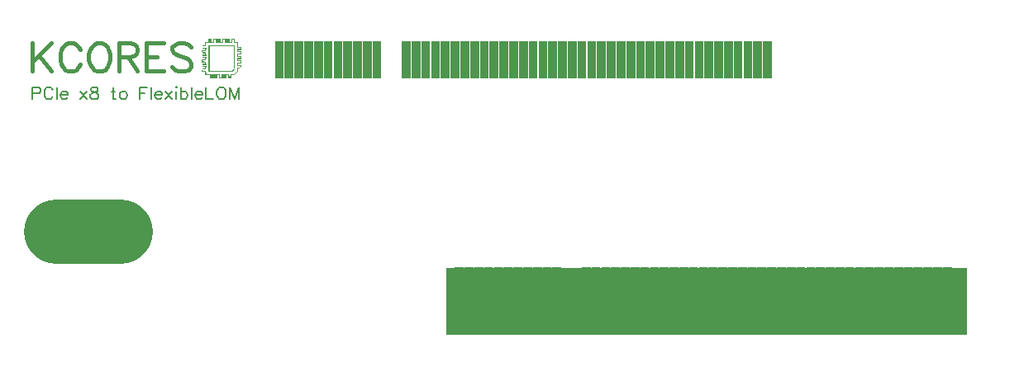
<source format=gts>
G04 Layer: TopSolderMaskLayer*
G04 EasyEDA v6.4.25, 2021-10-11T08:22:16+08:00*
G04 810a2c9a40b449618898816b7f75cef1,119f753a6ce64b8d841f2ad33262ab0c,10*
G04 Gerber Generator version 0.2*
G04 Scale: 100 percent, Rotated: No, Reflected: No *
G04 Dimensions in millimeters *
G04 leading zeros omitted , absolute positions ,4 integer and 5 decimal *
%FSLAX45Y45*%
%MOMM*%

%ADD16C,6.6032*%
%ADD17C,0.4000*%
%ADD18C,0.1999*%

%LPD*%
G36*
X9931400Y-12430810D02*
G01*
X9931400Y-12461189D01*
X9896348Y-12461189D01*
X9896348Y-12496139D01*
X9865258Y-12497054D01*
X9865258Y-12530531D01*
X9896348Y-12531445D01*
X9896348Y-12544044D01*
X9864344Y-12544044D01*
X9865258Y-12578334D01*
X9896348Y-12579248D01*
X9896348Y-12590170D01*
X9865258Y-12591084D01*
X9865258Y-12624562D01*
X9896551Y-12625476D01*
X9895535Y-12637262D01*
X9864445Y-12638176D01*
X9864445Y-12671450D01*
X9895535Y-12672364D01*
X9896551Y-12684201D01*
X9865258Y-12685115D01*
X9865258Y-12718542D01*
X9896348Y-12719456D01*
X9896348Y-12730378D01*
X9865258Y-12731292D01*
X9864344Y-12765582D01*
X9896348Y-12765582D01*
X9896348Y-12800634D01*
X9942423Y-12800634D01*
X9943338Y-12831724D01*
X9976815Y-12831724D01*
X9977729Y-12800634D01*
X9988651Y-12800634D01*
X9989566Y-12831724D01*
X10023043Y-12831724D01*
X10023957Y-12800634D01*
X10036454Y-12800634D01*
X10037368Y-12831724D01*
X10060584Y-12832283D01*
X10065715Y-12832080D01*
X10068864Y-12831521D01*
X10070287Y-12830556D01*
X10070795Y-12828676D01*
X10071506Y-12820142D01*
X10071658Y-12800634D01*
X10082682Y-12800634D01*
X10083596Y-12831724D01*
X10117074Y-12831724D01*
X10117988Y-12800634D01*
X10130485Y-12800634D01*
X10131399Y-12831724D01*
X10163251Y-12831724D01*
X10164165Y-12800634D01*
X10196779Y-12800634D01*
X10235793Y-12761518D01*
X10235793Y-12730530D01*
X10254894Y-12730429D01*
X10261854Y-12730022D01*
X10262616Y-12729718D01*
X10260634Y-12728905D01*
X10250170Y-12725958D01*
X10236555Y-12722656D01*
X10226192Y-12720523D01*
X10224211Y-12720421D01*
X10223754Y-12722148D01*
X10223144Y-12732512D01*
X10223042Y-12758470D01*
X10191953Y-12789408D01*
X10153700Y-12790271D01*
X10152786Y-12824561D01*
X10141864Y-12824561D01*
X10140950Y-12790271D01*
X10106710Y-12789357D01*
X10106710Y-12824561D01*
X10093960Y-12824561D01*
X10093960Y-12789458D01*
X10060482Y-12789458D01*
X10060482Y-12824561D01*
X10047732Y-12824561D01*
X10047732Y-12789458D01*
X10012680Y-12789458D01*
X10012680Y-12824561D01*
X10001605Y-12824561D01*
X10000742Y-12790271D01*
X9966452Y-12789357D01*
X9966452Y-12824561D01*
X9953701Y-12824561D01*
X9953701Y-12789458D01*
X9907625Y-12789458D01*
X9906711Y-12755219D01*
X9872421Y-12754305D01*
X9872421Y-12743383D01*
X9906711Y-12742468D01*
X9907625Y-12708178D01*
X9872421Y-12708178D01*
X9872421Y-12695478D01*
X9907625Y-12695478D01*
X9906711Y-12661188D01*
X9872421Y-12660274D01*
X9872421Y-12649352D01*
X9906711Y-12648438D01*
X9907625Y-12614198D01*
X9872421Y-12614198D01*
X9872421Y-12601448D01*
X9907625Y-12601448D01*
X9906711Y-12567158D01*
X9872421Y-12566243D01*
X9872421Y-12555321D01*
X9906711Y-12554407D01*
X9907625Y-12520168D01*
X9872421Y-12520168D01*
X9872421Y-12507417D01*
X9907473Y-12507417D01*
X9907473Y-12472365D01*
X9942576Y-12472365D01*
X9942576Y-12437262D01*
X9953701Y-12437262D01*
X9953701Y-12472365D01*
X9988753Y-12472365D01*
X9988753Y-12437262D01*
X10001504Y-12437262D01*
X10001504Y-12472365D01*
X10034981Y-12472365D01*
X10034981Y-12437262D01*
X10047732Y-12437262D01*
X10047732Y-12472365D01*
X10082784Y-12472365D01*
X10082784Y-12437262D01*
X10093960Y-12437262D01*
X10093960Y-12472365D01*
X10129012Y-12472365D01*
X10129012Y-12437262D01*
X10141762Y-12437262D01*
X10141762Y-12472365D01*
X10176814Y-12472365D01*
X10176814Y-12437262D01*
X10187990Y-12437262D01*
X10187990Y-12472365D01*
X10222941Y-12472365D01*
X10223855Y-12519355D01*
X10259669Y-12520269D01*
X10259669Y-12531191D01*
X10223855Y-12532106D01*
X10222941Y-12566396D01*
X10259669Y-12566396D01*
X10259669Y-12579096D01*
X10223042Y-12579096D01*
X10223144Y-12604038D01*
X10223500Y-12609271D01*
X10224262Y-12612065D01*
X10225532Y-12613233D01*
X10231983Y-12613894D01*
X10243870Y-12614198D01*
X10259669Y-12614198D01*
X10259669Y-12625222D01*
X10223855Y-12626136D01*
X10223855Y-12659614D01*
X10259669Y-12660477D01*
X10259669Y-12671450D01*
X10223855Y-12672364D01*
X10222941Y-12706604D01*
X10259669Y-12706604D01*
X10259822Y-12717119D01*
X10260228Y-12719354D01*
X10260939Y-12720574D01*
X10262057Y-12720929D01*
X10263276Y-12720421D01*
X10263987Y-12718440D01*
X10264343Y-12714528D01*
X10264444Y-12695478D01*
X10235793Y-12695478D01*
X10235793Y-12684302D01*
X10264444Y-12684302D01*
X10264444Y-12649250D01*
X10235793Y-12649250D01*
X10235793Y-12636500D01*
X10264444Y-12636500D01*
X10264444Y-12603022D01*
X10235793Y-12603022D01*
X10235793Y-12590272D01*
X10264444Y-12590272D01*
X10264444Y-12555220D01*
X10235793Y-12555220D01*
X10235793Y-12544044D01*
X10264444Y-12544044D01*
X10264444Y-12508992D01*
X10235895Y-12508992D01*
X10234980Y-12462002D01*
X10200843Y-12461087D01*
X10199928Y-12431725D01*
X10165689Y-12430810D01*
X10165689Y-12461189D01*
X10152938Y-12461189D01*
X10152938Y-12430810D01*
X10118648Y-12431725D01*
X10117734Y-12461189D01*
X10106710Y-12461189D01*
X10106710Y-12430912D01*
X10071658Y-12430912D01*
X10071658Y-12461189D01*
X10058908Y-12461189D01*
X10058908Y-12430912D01*
X10025430Y-12430912D01*
X10025430Y-12461189D01*
X10012680Y-12461189D01*
X10012680Y-12430912D01*
X9977628Y-12430912D01*
X9977628Y-12461189D01*
X9966604Y-12461189D01*
X9965690Y-12431725D01*
G37*
G36*
X9931400Y-12496241D02*
G01*
X9931400Y-12765582D01*
X10173919Y-12765582D01*
X10191750Y-12747853D01*
X10195712Y-12743637D01*
X10198201Y-12740640D01*
X10198862Y-12739268D01*
X10194594Y-12739420D01*
X10186771Y-12741960D01*
X10178491Y-12745770D01*
X10172852Y-12749580D01*
X10168280Y-12754406D01*
X9942576Y-12754406D01*
X9942576Y-12507417D01*
X10187990Y-12507417D01*
X10187990Y-12735306D01*
X10200741Y-12735306D01*
X10199928Y-12497054D01*
G37*
D17*
X8128076Y-12473533D02*
G01*
X8128076Y-12759791D01*
X8318830Y-12473533D02*
G01*
X8128076Y-12664287D01*
X8196148Y-12596215D02*
G01*
X8318830Y-12759791D01*
X8613470Y-12541605D02*
G01*
X8599754Y-12514427D01*
X8572576Y-12486995D01*
X8545398Y-12473533D01*
X8490788Y-12473533D01*
X8463356Y-12486995D01*
X8436178Y-12514427D01*
X8422462Y-12541605D01*
X8409000Y-12582499D01*
X8409000Y-12650825D01*
X8422462Y-12691719D01*
X8436178Y-12718897D01*
X8463356Y-12746075D01*
X8490788Y-12759791D01*
X8545398Y-12759791D01*
X8572576Y-12746075D01*
X8599754Y-12718897D01*
X8613470Y-12691719D01*
X8785174Y-12473533D02*
G01*
X8757996Y-12486995D01*
X8730818Y-12514427D01*
X8717102Y-12541605D01*
X8703386Y-12582499D01*
X8703386Y-12650825D01*
X8717102Y-12691719D01*
X8730818Y-12718897D01*
X8757996Y-12746075D01*
X8785174Y-12759791D01*
X8839784Y-12759791D01*
X8867216Y-12746075D01*
X8894394Y-12718897D01*
X8908110Y-12691719D01*
X8921572Y-12650825D01*
X8921572Y-12582499D01*
X8908110Y-12541605D01*
X8894394Y-12514427D01*
X8867216Y-12486995D01*
X8839784Y-12473533D01*
X8785174Y-12473533D01*
X9011742Y-12473533D02*
G01*
X9011742Y-12759791D01*
X9011742Y-12473533D02*
G01*
X9134424Y-12473533D01*
X9175318Y-12486995D01*
X9189034Y-12500711D01*
X9202496Y-12528143D01*
X9202496Y-12555321D01*
X9189034Y-12582499D01*
X9175318Y-12596215D01*
X9134424Y-12609931D01*
X9011742Y-12609931D01*
X9106992Y-12609931D02*
G01*
X9202496Y-12759791D01*
X9292666Y-12473533D02*
G01*
X9292666Y-12759791D01*
X9292666Y-12473533D02*
G01*
X9469704Y-12473533D01*
X9292666Y-12609931D02*
G01*
X9401632Y-12609931D01*
X9292666Y-12759791D02*
G01*
X9469704Y-12759791D01*
X9750628Y-12514427D02*
G01*
X9723450Y-12486995D01*
X9682556Y-12473533D01*
X9627946Y-12473533D01*
X9587052Y-12486995D01*
X9559874Y-12514427D01*
X9559874Y-12541605D01*
X9573336Y-12569037D01*
X9587052Y-12582499D01*
X9614484Y-12596215D01*
X9696272Y-12623393D01*
X9723450Y-12637109D01*
X9737166Y-12650825D01*
X9750628Y-12678003D01*
X9750628Y-12718897D01*
X9723450Y-12746075D01*
X9682556Y-12759791D01*
X9627946Y-12759791D01*
X9587052Y-12746075D01*
X9559874Y-12718897D01*
D18*
X8128000Y-12924536D02*
G01*
X8128000Y-13048488D01*
X8128000Y-12924536D02*
G01*
X8181086Y-12924536D01*
X8198866Y-12930378D01*
X8204708Y-12936220D01*
X8210803Y-12948158D01*
X8210803Y-12965684D01*
X8204708Y-12977622D01*
X8198866Y-12983464D01*
X8181086Y-12989306D01*
X8128000Y-12989306D01*
X8338312Y-12954000D02*
G01*
X8332470Y-12942062D01*
X8320531Y-12930378D01*
X8308848Y-12924536D01*
X8285225Y-12924536D01*
X8273288Y-12930378D01*
X8261603Y-12942062D01*
X8255762Y-12954000D01*
X8249666Y-12971780D01*
X8249666Y-13001244D01*
X8255762Y-13019024D01*
X8261603Y-13030708D01*
X8273288Y-13042646D01*
X8285225Y-13048488D01*
X8308848Y-13048488D01*
X8320531Y-13042646D01*
X8332470Y-13030708D01*
X8338312Y-13019024D01*
X8377428Y-12924536D02*
G01*
X8377428Y-13048488D01*
X8416290Y-13001244D02*
G01*
X8487156Y-13001244D01*
X8487156Y-12989306D01*
X8481314Y-12977622D01*
X8475472Y-12971780D01*
X8463534Y-12965684D01*
X8446008Y-12965684D01*
X8434070Y-12971780D01*
X8422386Y-12983464D01*
X8416290Y-13001244D01*
X8416290Y-13012928D01*
X8422386Y-13030708D01*
X8434070Y-13042646D01*
X8446008Y-13048488D01*
X8463534Y-13048488D01*
X8475472Y-13042646D01*
X8487156Y-13030708D01*
X8617204Y-12965684D02*
G01*
X8682228Y-13048488D01*
X8682228Y-12965684D02*
G01*
X8617204Y-13048488D01*
X8750808Y-12924536D02*
G01*
X8733028Y-12930378D01*
X8727186Y-12942062D01*
X8727186Y-12954000D01*
X8733028Y-12965684D01*
X8744966Y-12971780D01*
X8768588Y-12977622D01*
X8786368Y-12983464D01*
X8798052Y-12995402D01*
X8803894Y-13007086D01*
X8803894Y-13024865D01*
X8798052Y-13036804D01*
X8792210Y-13042646D01*
X8774430Y-13048488D01*
X8750808Y-13048488D01*
X8733028Y-13042646D01*
X8727186Y-13036804D01*
X8721344Y-13024865D01*
X8721344Y-13007086D01*
X8727186Y-12995402D01*
X8739124Y-12983464D01*
X8756650Y-12977622D01*
X8780272Y-12971780D01*
X8792210Y-12965684D01*
X8798052Y-12954000D01*
X8798052Y-12942062D01*
X8792210Y-12930378D01*
X8774430Y-12924536D01*
X8750808Y-12924536D01*
X8951722Y-12924536D02*
G01*
X8951722Y-13024865D01*
X8957564Y-13042646D01*
X8969502Y-13048488D01*
X8981186Y-13048488D01*
X8933942Y-12965684D02*
G01*
X8975344Y-12965684D01*
X9049766Y-12965684D02*
G01*
X9038082Y-12971780D01*
X9026144Y-12983464D01*
X9020302Y-13001244D01*
X9020302Y-13012928D01*
X9026144Y-13030708D01*
X9038082Y-13042646D01*
X9049766Y-13048488D01*
X9067546Y-13048488D01*
X9079484Y-13042646D01*
X9091168Y-13030708D01*
X9097010Y-13012928D01*
X9097010Y-13001244D01*
X9091168Y-12983464D01*
X9079484Y-12971780D01*
X9067546Y-12965684D01*
X9049766Y-12965684D01*
X9227058Y-12924536D02*
G01*
X9227058Y-13048488D01*
X9227058Y-12924536D02*
G01*
X9304020Y-12924536D01*
X9227058Y-12983464D02*
G01*
X9274302Y-12983464D01*
X9342882Y-12924536D02*
G01*
X9342882Y-13048488D01*
X9381998Y-13001244D02*
G01*
X9452864Y-13001244D01*
X9452864Y-12989306D01*
X9447022Y-12977622D01*
X9440926Y-12971780D01*
X9429242Y-12965684D01*
X9411462Y-12965684D01*
X9399524Y-12971780D01*
X9387840Y-12983464D01*
X9381998Y-13001244D01*
X9381998Y-13012928D01*
X9387840Y-13030708D01*
X9399524Y-13042646D01*
X9411462Y-13048488D01*
X9429242Y-13048488D01*
X9440926Y-13042646D01*
X9452864Y-13030708D01*
X9491726Y-12965684D02*
G01*
X9556750Y-13048488D01*
X9556750Y-12965684D02*
G01*
X9491726Y-13048488D01*
X9595866Y-12924536D02*
G01*
X9601708Y-12930378D01*
X9607550Y-12924536D01*
X9601708Y-12918440D01*
X9595866Y-12924536D01*
X9601708Y-12965684D02*
G01*
X9601708Y-13048488D01*
X9646666Y-12924536D02*
G01*
X9646666Y-13048488D01*
X9646666Y-12983464D02*
G01*
X9658350Y-12971780D01*
X9670288Y-12965684D01*
X9688068Y-12965684D01*
X9699752Y-12971780D01*
X9711690Y-12983464D01*
X9717532Y-13001244D01*
X9717532Y-13012928D01*
X9711690Y-13030708D01*
X9699752Y-13042646D01*
X9688068Y-13048488D01*
X9670288Y-13048488D01*
X9658350Y-13042646D01*
X9646666Y-13030708D01*
X9756648Y-12924536D02*
G01*
X9756648Y-13048488D01*
X9795510Y-13001244D02*
G01*
X9866376Y-13001244D01*
X9866376Y-12989306D01*
X9860534Y-12977622D01*
X9854692Y-12971780D01*
X9842754Y-12965684D01*
X9824974Y-12965684D01*
X9813290Y-12971780D01*
X9801352Y-12983464D01*
X9795510Y-13001244D01*
X9795510Y-13012928D01*
X9801352Y-13030708D01*
X9813290Y-13042646D01*
X9824974Y-13048488D01*
X9842754Y-13048488D01*
X9854692Y-13042646D01*
X9866376Y-13030708D01*
X9905492Y-12924536D02*
G01*
X9905492Y-13048488D01*
X9905492Y-13048488D02*
G01*
X9976358Y-13048488D01*
X10050780Y-12924536D02*
G01*
X10039096Y-12930378D01*
X10027158Y-12942062D01*
X10021316Y-12954000D01*
X10015474Y-12971780D01*
X10015474Y-13001244D01*
X10021316Y-13019024D01*
X10027158Y-13030708D01*
X10039096Y-13042646D01*
X10050780Y-13048488D01*
X10074402Y-13048488D01*
X10086340Y-13042646D01*
X10098024Y-13030708D01*
X10104120Y-13019024D01*
X10109962Y-13001244D01*
X10109962Y-12971780D01*
X10104120Y-12954000D01*
X10098024Y-12942062D01*
X10086340Y-12930378D01*
X10074402Y-12924536D01*
X10050780Y-12924536D01*
X10148824Y-12924536D02*
G01*
X10148824Y-13048488D01*
X10148824Y-12924536D02*
G01*
X10196068Y-13048488D01*
X10243566Y-12924536D02*
G01*
X10196068Y-13048488D01*
X10243566Y-12924536D02*
G01*
X10243566Y-13048488D01*
D16*
X8375015Y-14409978D02*
G01*
X9035011Y-14409978D01*
G36*
X10611358Y-12834112D02*
G01*
X10611358Y-12453874D01*
X10701782Y-12453874D01*
X10701782Y-12834112D01*
G37*
G36*
X10708640Y-12834112D02*
G01*
X10708640Y-12453874D01*
X10799064Y-12453874D01*
X10799064Y-12834112D01*
G37*
G36*
X10811510Y-12834112D02*
G01*
X10811510Y-12453874D01*
X10901680Y-12453874D01*
X10901680Y-12834112D01*
G37*
G36*
X10911332Y-12834112D02*
G01*
X10911332Y-12453874D01*
X11001756Y-12453874D01*
X11001756Y-12834112D01*
G37*
G36*
X11011408Y-12834112D02*
G01*
X11011408Y-12453874D01*
X11101832Y-12453874D01*
X11101832Y-12834112D01*
G37*
G36*
X11111484Y-12834112D02*
G01*
X11111484Y-12453874D01*
X11201654Y-12453874D01*
X11201654Y-12834112D01*
G37*
G36*
X11211560Y-12834112D02*
G01*
X11211560Y-12453874D01*
X11301730Y-12453874D01*
X11301730Y-12834112D01*
G37*
G36*
X11311382Y-12834112D02*
G01*
X11311382Y-12453874D01*
X11401806Y-12453874D01*
X11401806Y-12834112D01*
G37*
G36*
X11411458Y-12834112D02*
G01*
X11411458Y-12453874D01*
X11501882Y-12453874D01*
X11501882Y-12834112D01*
G37*
G36*
X11511534Y-12834112D02*
G01*
X11511534Y-12453874D01*
X11601704Y-12453874D01*
X11601704Y-12834112D01*
G37*
G36*
X11611356Y-12834112D02*
G01*
X11611356Y-12453874D01*
X11701780Y-12453874D01*
X11701780Y-12834112D01*
G37*
G36*
X11911330Y-12834112D02*
G01*
X11911330Y-12453874D01*
X12001754Y-12453874D01*
X12001754Y-12834112D01*
G37*
G36*
X12011406Y-12834112D02*
G01*
X12011406Y-12453874D01*
X12101830Y-12453874D01*
X12101830Y-12834112D01*
G37*
G36*
X12111482Y-12834112D02*
G01*
X12111482Y-12453874D01*
X12201652Y-12453874D01*
X12201652Y-12834112D01*
G37*
G36*
X12211558Y-12834112D02*
G01*
X12211558Y-12453874D01*
X12301728Y-12453874D01*
X12301728Y-12834112D01*
G37*
G36*
X12311380Y-12834112D02*
G01*
X12311380Y-12453874D01*
X12401804Y-12453874D01*
X12401804Y-12834112D01*
G37*
G36*
X12411456Y-12834112D02*
G01*
X12411456Y-12453874D01*
X12501880Y-12453874D01*
X12501880Y-12834112D01*
G37*
G36*
X12511532Y-12834112D02*
G01*
X12511532Y-12453874D01*
X12601702Y-12453874D01*
X12601702Y-12834112D01*
G37*
G36*
X12611354Y-12834112D02*
G01*
X12611354Y-12453874D01*
X12701778Y-12453874D01*
X12701778Y-12834112D01*
G37*
G36*
X12711430Y-12834112D02*
G01*
X12711430Y-12453874D01*
X12801854Y-12453874D01*
X12801854Y-12834112D01*
G37*
G36*
X12811506Y-12834112D02*
G01*
X12811506Y-12453874D01*
X12901676Y-12453874D01*
X12901676Y-12834112D01*
G37*
G36*
X12911328Y-12834112D02*
G01*
X12911328Y-12453874D01*
X13001752Y-12453874D01*
X13001752Y-12834112D01*
G37*
G36*
X13011404Y-12834112D02*
G01*
X13011404Y-12453874D01*
X13101828Y-12453874D01*
X13101828Y-12834112D01*
G37*
G36*
X13111480Y-12834112D02*
G01*
X13111480Y-12453874D01*
X13201650Y-12453874D01*
X13201650Y-12834112D01*
G37*
G36*
X13211556Y-12834112D02*
G01*
X13211556Y-12453874D01*
X13301726Y-12453874D01*
X13301726Y-12834112D01*
G37*
G36*
X13311378Y-12834112D02*
G01*
X13311378Y-12453874D01*
X13401801Y-12453874D01*
X13401801Y-12834112D01*
G37*
G36*
X13411454Y-12834112D02*
G01*
X13411454Y-12453874D01*
X13501878Y-12453874D01*
X13501878Y-12834112D01*
G37*
G36*
X13511530Y-12834112D02*
G01*
X13511530Y-12453874D01*
X13601700Y-12453874D01*
X13601700Y-12834112D01*
G37*
G36*
X13611351Y-12834112D02*
G01*
X13611351Y-12453874D01*
X13701776Y-12453874D01*
X13701776Y-12834112D01*
G37*
G36*
X13711428Y-12834112D02*
G01*
X13711428Y-12453874D01*
X13801851Y-12453874D01*
X13801851Y-12834112D01*
G37*
G36*
X13811504Y-12834112D02*
G01*
X13811504Y-12453874D01*
X13901674Y-12453874D01*
X13901674Y-12834112D01*
G37*
G36*
X13911326Y-12834112D02*
G01*
X13911326Y-12453874D01*
X14001750Y-12453874D01*
X14001750Y-12834112D01*
G37*
G36*
X14011401Y-12834112D02*
G01*
X14011401Y-12453874D01*
X14101826Y-12453874D01*
X14101826Y-12834112D01*
G37*
G36*
X14111478Y-12834112D02*
G01*
X14111478Y-12453874D01*
X14201648Y-12453874D01*
X14201648Y-12834112D01*
G37*
G36*
X14211554Y-12834112D02*
G01*
X14211554Y-12453874D01*
X14301724Y-12453874D01*
X14301724Y-12834112D01*
G37*
G36*
X14311376Y-12834112D02*
G01*
X14311376Y-12453874D01*
X14401800Y-12453874D01*
X14401800Y-12834112D01*
G37*
G36*
X14411451Y-12834112D02*
G01*
X14411451Y-12453874D01*
X14501876Y-12453874D01*
X14501876Y-12834112D01*
G37*
G36*
X14511528Y-12834112D02*
G01*
X14511528Y-12453874D01*
X14601698Y-12453874D01*
X14601698Y-12834112D01*
G37*
G36*
X14611350Y-12834112D02*
G01*
X14611350Y-12453874D01*
X14701774Y-12453874D01*
X14701774Y-12834112D01*
G37*
G36*
X14711426Y-12834112D02*
G01*
X14711426Y-12453874D01*
X14801850Y-12453874D01*
X14801850Y-12834112D01*
G37*
G36*
X14811501Y-12834112D02*
G01*
X14811501Y-12453874D01*
X14901672Y-12453874D01*
X14901672Y-12834112D01*
G37*
G36*
X14911324Y-12834112D02*
G01*
X14911324Y-12453874D01*
X15001748Y-12453874D01*
X15001748Y-12834112D01*
G37*
G36*
X15011400Y-12834112D02*
G01*
X15011400Y-12453874D01*
X15101824Y-12453874D01*
X15101824Y-12834112D01*
G37*
G36*
X15111476Y-12834112D02*
G01*
X15111476Y-12453874D01*
X15201646Y-12453874D01*
X15201646Y-12834112D01*
G37*
G36*
X15211551Y-12834112D02*
G01*
X15211551Y-12453874D01*
X15301722Y-12453874D01*
X15301722Y-12834112D01*
G37*
G36*
X15311374Y-12834112D02*
G01*
X15311374Y-12453874D01*
X15401798Y-12453874D01*
X15401798Y-12834112D01*
G37*
G36*
X15411450Y-12834112D02*
G01*
X15411450Y-12453874D01*
X15501874Y-12453874D01*
X15501874Y-12834112D01*
G37*
G36*
X15511526Y-12834112D02*
G01*
X15511526Y-12453874D01*
X15601696Y-12453874D01*
X15601696Y-12834112D01*
G37*
G36*
X15611348Y-12834112D02*
G01*
X15611348Y-12453874D01*
X15701772Y-12453874D01*
X15701772Y-12834112D01*
G37*
G36*
X17454880Y-15225268D02*
G01*
X17454880Y-14774926D01*
X17545050Y-14774926D01*
X17545050Y-15225268D01*
G37*
G36*
X17354804Y-15115032D02*
G01*
X17354804Y-14774926D01*
X17445228Y-14774926D01*
X17445228Y-15115032D01*
G37*
G36*
X17254728Y-15225268D02*
G01*
X17254728Y-14774926D01*
X17345152Y-14774926D01*
X17345152Y-15225268D01*
G37*
G36*
X17154906Y-15225268D02*
G01*
X17154906Y-14774926D01*
X17245076Y-14774926D01*
X17245076Y-15225268D01*
G37*
G36*
X17054830Y-15225268D02*
G01*
X17054830Y-14774926D01*
X17145254Y-14774926D01*
X17145254Y-15225268D01*
G37*
G36*
X16954754Y-15225268D02*
G01*
X16954754Y-14774926D01*
X17045178Y-14774926D01*
X17045178Y-15225268D01*
G37*
G36*
X16854932Y-15225268D02*
G01*
X16854932Y-14774926D01*
X16945102Y-14774926D01*
X16945102Y-15225268D01*
G37*
G36*
X16754856Y-15225268D02*
G01*
X16754856Y-14774926D01*
X16845026Y-14774926D01*
X16845026Y-15225268D01*
G37*
G36*
X16654780Y-15225268D02*
G01*
X16654780Y-14774926D01*
X16745204Y-14774926D01*
X16745204Y-15225268D01*
G37*
G36*
X16554704Y-15225268D02*
G01*
X16554704Y-14774926D01*
X16645128Y-14774926D01*
X16645128Y-15225268D01*
G37*
G36*
X16454882Y-15225268D02*
G01*
X16454882Y-14774926D01*
X16545051Y-14774926D01*
X16545051Y-15225268D01*
G37*
G36*
X16354806Y-15225268D02*
G01*
X16354806Y-14774926D01*
X16445230Y-14774926D01*
X16445230Y-15225268D01*
G37*
G36*
X16254730Y-15225268D02*
G01*
X16254730Y-14774926D01*
X16345154Y-14774926D01*
X16345154Y-15225268D01*
G37*
G36*
X16154907Y-15225268D02*
G01*
X16154907Y-14774926D01*
X16245078Y-14774926D01*
X16245078Y-15225268D01*
G37*
G36*
X16054832Y-15225268D02*
G01*
X16054832Y-14774926D01*
X16145256Y-14774926D01*
X16145256Y-15225268D01*
G37*
G36*
X15954756Y-15225268D02*
G01*
X15954756Y-14774926D01*
X16045180Y-14774926D01*
X16045180Y-15225268D01*
G37*
G36*
X15854934Y-15225268D02*
G01*
X15854934Y-14774926D01*
X15945104Y-14774926D01*
X15945104Y-15225268D01*
G37*
G36*
X15754857Y-15225268D02*
G01*
X15754857Y-14774926D01*
X15845028Y-14774926D01*
X15845028Y-15225268D01*
G37*
G36*
X15654782Y-15225268D02*
G01*
X15654782Y-14774926D01*
X15745206Y-14774926D01*
X15745206Y-15225268D01*
G37*
G36*
X15554706Y-15225268D02*
G01*
X15554706Y-14774926D01*
X15645130Y-14774926D01*
X15645130Y-15225268D01*
G37*
G36*
X15454884Y-15225268D02*
G01*
X15454884Y-14774926D01*
X15545054Y-14774926D01*
X15545054Y-15225268D01*
G37*
G36*
X15354807Y-15225268D02*
G01*
X15354807Y-14774926D01*
X15445232Y-14774926D01*
X15445232Y-15225268D01*
G37*
G36*
X15254732Y-15225268D02*
G01*
X15254732Y-14774926D01*
X15345156Y-14774926D01*
X15345156Y-15225268D01*
G37*
G36*
X15154910Y-15225268D02*
G01*
X15154910Y-14774926D01*
X15245080Y-14774926D01*
X15245080Y-15225268D01*
G37*
G36*
X15054834Y-15225268D02*
G01*
X15054834Y-14774926D01*
X15145257Y-14774926D01*
X15145257Y-15225268D01*
G37*
G36*
X14954757Y-15225268D02*
G01*
X14954757Y-14774926D01*
X15045182Y-14774926D01*
X15045182Y-15225268D01*
G37*
G36*
X14854936Y-15225268D02*
G01*
X14854936Y-14774926D01*
X14945106Y-14774926D01*
X14945106Y-15225268D01*
G37*
G36*
X14754860Y-15225268D02*
G01*
X14754860Y-14774926D01*
X14845030Y-14774926D01*
X14845030Y-15225268D01*
G37*
G36*
X14654784Y-15225268D02*
G01*
X14654784Y-14774926D01*
X14745207Y-14774926D01*
X14745207Y-15225268D01*
G37*
G36*
X14554707Y-15225268D02*
G01*
X14554707Y-14774926D01*
X14645132Y-14774926D01*
X14645132Y-15225268D01*
G37*
G36*
X14454886Y-15225268D02*
G01*
X14454886Y-14774926D01*
X14545056Y-14774926D01*
X14545056Y-15225268D01*
G37*
G36*
X12454890Y-15225268D02*
G01*
X12454890Y-14774926D01*
X12545060Y-14774926D01*
X12545060Y-15225268D01*
G37*
G36*
X12554712Y-15225268D02*
G01*
X12554712Y-14774926D01*
X12645136Y-14774926D01*
X12645136Y-15225268D01*
G37*
G36*
X12654788Y-15225268D02*
G01*
X12654788Y-14774926D01*
X12745212Y-14774926D01*
X12745212Y-15225268D01*
G37*
G36*
X12754864Y-15225268D02*
G01*
X12754864Y-14774926D01*
X12845034Y-14774926D01*
X12845034Y-15225268D01*
G37*
G36*
X12854940Y-15225268D02*
G01*
X12854940Y-14774926D01*
X12945110Y-14774926D01*
X12945110Y-15225268D01*
G37*
G36*
X12954762Y-15225268D02*
G01*
X12954762Y-14774926D01*
X13045186Y-14774926D01*
X13045186Y-15225268D01*
G37*
G36*
X13054838Y-15225268D02*
G01*
X13054838Y-14774926D01*
X13145262Y-14774926D01*
X13145262Y-15225268D01*
G37*
G36*
X13154913Y-15225268D02*
G01*
X13154913Y-14774926D01*
X13245084Y-14774926D01*
X13245084Y-15225268D01*
G37*
G36*
X13254736Y-15225268D02*
G01*
X13254736Y-14774926D01*
X13345160Y-14774926D01*
X13345160Y-15225268D01*
G37*
G36*
X13354812Y-15225268D02*
G01*
X13354812Y-14774926D01*
X13445236Y-14774926D01*
X13445236Y-15225268D01*
G37*
G36*
X13454888Y-15225268D02*
G01*
X13454888Y-14774926D01*
X13545057Y-14774926D01*
X13545057Y-15225268D01*
G37*
G36*
X13954760Y-15225268D02*
G01*
X13954760Y-14774926D01*
X14045184Y-14774926D01*
X14045184Y-15225268D01*
G37*
G36*
X14054836Y-15225268D02*
G01*
X14054836Y-14774926D01*
X14145260Y-14774926D01*
X14145260Y-15225268D01*
G37*
G36*
X14154912Y-15225268D02*
G01*
X14154912Y-14774926D01*
X14245082Y-14774926D01*
X14245082Y-15225268D01*
G37*
G36*
X14254734Y-15225268D02*
G01*
X14254734Y-14774926D01*
X14345157Y-14774926D01*
X14345157Y-15225268D01*
G37*
G36*
X14354810Y-15225268D02*
G01*
X14354810Y-14774926D01*
X14445234Y-14774926D01*
X14445234Y-15225268D01*
G37*
G36*
X13754862Y-15225268D02*
G01*
X13754862Y-14774926D01*
X13845032Y-14774926D01*
X13845032Y-15225268D01*
G37*
G36*
X13854938Y-15225268D02*
G01*
X13854938Y-14774926D01*
X13945107Y-14774926D01*
X13945107Y-15225268D01*
G37*
G36*
X12369800Y-14782800D02*
G01*
X17703800Y-14782800D01*
X17703800Y-15468600D01*
X12369800Y-15468600D01*
G37*
M02*

</source>
